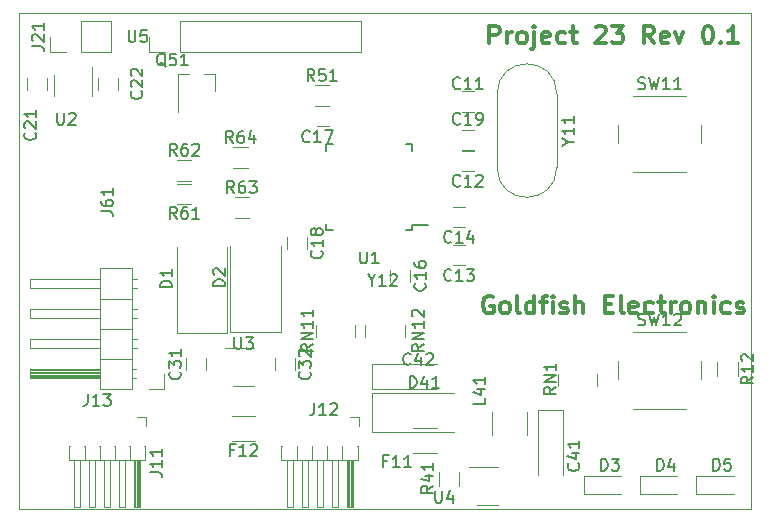
<source format=gbr>
G04 #@! TF.FileFunction,Legend,Top*
%FSLAX46Y46*%
G04 Gerber Fmt 4.6, Leading zero omitted, Abs format (unit mm)*
G04 Created by KiCad (PCBNEW 4.0.7) date 06/22/18 13:57:38*
%MOMM*%
%LPD*%
G01*
G04 APERTURE LIST*
%ADD10C,0.100000*%
%ADD11C,0.300000*%
%ADD12C,0.120000*%
%ADD13C,0.150000*%
G04 APERTURE END LIST*
D10*
D11*
X90115714Y-64020000D02*
X89972857Y-63948571D01*
X89758571Y-63948571D01*
X89544286Y-64020000D01*
X89401428Y-64162857D01*
X89330000Y-64305714D01*
X89258571Y-64591429D01*
X89258571Y-64805714D01*
X89330000Y-65091429D01*
X89401428Y-65234286D01*
X89544286Y-65377143D01*
X89758571Y-65448571D01*
X89901428Y-65448571D01*
X90115714Y-65377143D01*
X90187143Y-65305714D01*
X90187143Y-64805714D01*
X89901428Y-64805714D01*
X91044286Y-65448571D02*
X90901428Y-65377143D01*
X90830000Y-65305714D01*
X90758571Y-65162857D01*
X90758571Y-64734286D01*
X90830000Y-64591429D01*
X90901428Y-64520000D01*
X91044286Y-64448571D01*
X91258571Y-64448571D01*
X91401428Y-64520000D01*
X91472857Y-64591429D01*
X91544286Y-64734286D01*
X91544286Y-65162857D01*
X91472857Y-65305714D01*
X91401428Y-65377143D01*
X91258571Y-65448571D01*
X91044286Y-65448571D01*
X92401429Y-65448571D02*
X92258571Y-65377143D01*
X92187143Y-65234286D01*
X92187143Y-63948571D01*
X93615714Y-65448571D02*
X93615714Y-63948571D01*
X93615714Y-65377143D02*
X93472857Y-65448571D01*
X93187143Y-65448571D01*
X93044285Y-65377143D01*
X92972857Y-65305714D01*
X92901428Y-65162857D01*
X92901428Y-64734286D01*
X92972857Y-64591429D01*
X93044285Y-64520000D01*
X93187143Y-64448571D01*
X93472857Y-64448571D01*
X93615714Y-64520000D01*
X94115714Y-64448571D02*
X94687143Y-64448571D01*
X94330000Y-65448571D02*
X94330000Y-64162857D01*
X94401428Y-64020000D01*
X94544286Y-63948571D01*
X94687143Y-63948571D01*
X95187143Y-65448571D02*
X95187143Y-64448571D01*
X95187143Y-63948571D02*
X95115714Y-64020000D01*
X95187143Y-64091429D01*
X95258571Y-64020000D01*
X95187143Y-63948571D01*
X95187143Y-64091429D01*
X95830000Y-65377143D02*
X95972857Y-65448571D01*
X96258572Y-65448571D01*
X96401429Y-65377143D01*
X96472857Y-65234286D01*
X96472857Y-65162857D01*
X96401429Y-65020000D01*
X96258572Y-64948571D01*
X96044286Y-64948571D01*
X95901429Y-64877143D01*
X95830000Y-64734286D01*
X95830000Y-64662857D01*
X95901429Y-64520000D01*
X96044286Y-64448571D01*
X96258572Y-64448571D01*
X96401429Y-64520000D01*
X97115715Y-65448571D02*
X97115715Y-63948571D01*
X97758572Y-65448571D02*
X97758572Y-64662857D01*
X97687143Y-64520000D01*
X97544286Y-64448571D01*
X97330001Y-64448571D01*
X97187143Y-64520000D01*
X97115715Y-64591429D01*
X99615715Y-64662857D02*
X100115715Y-64662857D01*
X100330001Y-65448571D02*
X99615715Y-65448571D01*
X99615715Y-63948571D01*
X100330001Y-63948571D01*
X101187144Y-65448571D02*
X101044286Y-65377143D01*
X100972858Y-65234286D01*
X100972858Y-63948571D01*
X102330000Y-65377143D02*
X102187143Y-65448571D01*
X101901429Y-65448571D01*
X101758572Y-65377143D01*
X101687143Y-65234286D01*
X101687143Y-64662857D01*
X101758572Y-64520000D01*
X101901429Y-64448571D01*
X102187143Y-64448571D01*
X102330000Y-64520000D01*
X102401429Y-64662857D01*
X102401429Y-64805714D01*
X101687143Y-64948571D01*
X103687143Y-65377143D02*
X103544286Y-65448571D01*
X103258572Y-65448571D01*
X103115714Y-65377143D01*
X103044286Y-65305714D01*
X102972857Y-65162857D01*
X102972857Y-64734286D01*
X103044286Y-64591429D01*
X103115714Y-64520000D01*
X103258572Y-64448571D01*
X103544286Y-64448571D01*
X103687143Y-64520000D01*
X104115714Y-64448571D02*
X104687143Y-64448571D01*
X104330000Y-63948571D02*
X104330000Y-65234286D01*
X104401428Y-65377143D01*
X104544286Y-65448571D01*
X104687143Y-65448571D01*
X105187143Y-65448571D02*
X105187143Y-64448571D01*
X105187143Y-64734286D02*
X105258571Y-64591429D01*
X105330000Y-64520000D01*
X105472857Y-64448571D01*
X105615714Y-64448571D01*
X106330000Y-65448571D02*
X106187142Y-65377143D01*
X106115714Y-65305714D01*
X106044285Y-65162857D01*
X106044285Y-64734286D01*
X106115714Y-64591429D01*
X106187142Y-64520000D01*
X106330000Y-64448571D01*
X106544285Y-64448571D01*
X106687142Y-64520000D01*
X106758571Y-64591429D01*
X106830000Y-64734286D01*
X106830000Y-65162857D01*
X106758571Y-65305714D01*
X106687142Y-65377143D01*
X106544285Y-65448571D01*
X106330000Y-65448571D01*
X107472857Y-64448571D02*
X107472857Y-65448571D01*
X107472857Y-64591429D02*
X107544285Y-64520000D01*
X107687143Y-64448571D01*
X107901428Y-64448571D01*
X108044285Y-64520000D01*
X108115714Y-64662857D01*
X108115714Y-65448571D01*
X108830000Y-65448571D02*
X108830000Y-64448571D01*
X108830000Y-63948571D02*
X108758571Y-64020000D01*
X108830000Y-64091429D01*
X108901428Y-64020000D01*
X108830000Y-63948571D01*
X108830000Y-64091429D01*
X110187143Y-65377143D02*
X110044286Y-65448571D01*
X109758572Y-65448571D01*
X109615714Y-65377143D01*
X109544286Y-65305714D01*
X109472857Y-65162857D01*
X109472857Y-64734286D01*
X109544286Y-64591429D01*
X109615714Y-64520000D01*
X109758572Y-64448571D01*
X110044286Y-64448571D01*
X110187143Y-64520000D01*
X110758571Y-65377143D02*
X110901428Y-65448571D01*
X111187143Y-65448571D01*
X111330000Y-65377143D01*
X111401428Y-65234286D01*
X111401428Y-65162857D01*
X111330000Y-65020000D01*
X111187143Y-64948571D01*
X110972857Y-64948571D01*
X110830000Y-64877143D01*
X110758571Y-64734286D01*
X110758571Y-64662857D01*
X110830000Y-64520000D01*
X110972857Y-64448571D01*
X111187143Y-64448571D01*
X111330000Y-64520000D01*
X89830002Y-42588571D02*
X89830002Y-41088571D01*
X90401430Y-41088571D01*
X90544288Y-41160000D01*
X90615716Y-41231429D01*
X90687145Y-41374286D01*
X90687145Y-41588571D01*
X90615716Y-41731429D01*
X90544288Y-41802857D01*
X90401430Y-41874286D01*
X89830002Y-41874286D01*
X91330002Y-42588571D02*
X91330002Y-41588571D01*
X91330002Y-41874286D02*
X91401430Y-41731429D01*
X91472859Y-41660000D01*
X91615716Y-41588571D01*
X91758573Y-41588571D01*
X92472859Y-42588571D02*
X92330001Y-42517143D01*
X92258573Y-42445714D01*
X92187144Y-42302857D01*
X92187144Y-41874286D01*
X92258573Y-41731429D01*
X92330001Y-41660000D01*
X92472859Y-41588571D01*
X92687144Y-41588571D01*
X92830001Y-41660000D01*
X92901430Y-41731429D01*
X92972859Y-41874286D01*
X92972859Y-42302857D01*
X92901430Y-42445714D01*
X92830001Y-42517143D01*
X92687144Y-42588571D01*
X92472859Y-42588571D01*
X93615716Y-41588571D02*
X93615716Y-42874286D01*
X93544287Y-43017143D01*
X93401430Y-43088571D01*
X93330002Y-43088571D01*
X93615716Y-41088571D02*
X93544287Y-41160000D01*
X93615716Y-41231429D01*
X93687144Y-41160000D01*
X93615716Y-41088571D01*
X93615716Y-41231429D01*
X94901430Y-42517143D02*
X94758573Y-42588571D01*
X94472859Y-42588571D01*
X94330002Y-42517143D01*
X94258573Y-42374286D01*
X94258573Y-41802857D01*
X94330002Y-41660000D01*
X94472859Y-41588571D01*
X94758573Y-41588571D01*
X94901430Y-41660000D01*
X94972859Y-41802857D01*
X94972859Y-41945714D01*
X94258573Y-42088571D01*
X96258573Y-42517143D02*
X96115716Y-42588571D01*
X95830002Y-42588571D01*
X95687144Y-42517143D01*
X95615716Y-42445714D01*
X95544287Y-42302857D01*
X95544287Y-41874286D01*
X95615716Y-41731429D01*
X95687144Y-41660000D01*
X95830002Y-41588571D01*
X96115716Y-41588571D01*
X96258573Y-41660000D01*
X96687144Y-41588571D02*
X97258573Y-41588571D01*
X96901430Y-41088571D02*
X96901430Y-42374286D01*
X96972858Y-42517143D01*
X97115716Y-42588571D01*
X97258573Y-42588571D01*
X98830001Y-41231429D02*
X98901430Y-41160000D01*
X99044287Y-41088571D01*
X99401430Y-41088571D01*
X99544287Y-41160000D01*
X99615716Y-41231429D01*
X99687144Y-41374286D01*
X99687144Y-41517143D01*
X99615716Y-41731429D01*
X98758573Y-42588571D01*
X99687144Y-42588571D01*
X100187144Y-41088571D02*
X101115715Y-41088571D01*
X100615715Y-41660000D01*
X100830001Y-41660000D01*
X100972858Y-41731429D01*
X101044287Y-41802857D01*
X101115715Y-41945714D01*
X101115715Y-42302857D01*
X101044287Y-42445714D01*
X100972858Y-42517143D01*
X100830001Y-42588571D01*
X100401429Y-42588571D01*
X100258572Y-42517143D01*
X100187144Y-42445714D01*
X103758572Y-42588571D02*
X103258572Y-41874286D01*
X102901429Y-42588571D02*
X102901429Y-41088571D01*
X103472857Y-41088571D01*
X103615715Y-41160000D01*
X103687143Y-41231429D01*
X103758572Y-41374286D01*
X103758572Y-41588571D01*
X103687143Y-41731429D01*
X103615715Y-41802857D01*
X103472857Y-41874286D01*
X102901429Y-41874286D01*
X104972857Y-42517143D02*
X104830000Y-42588571D01*
X104544286Y-42588571D01*
X104401429Y-42517143D01*
X104330000Y-42374286D01*
X104330000Y-41802857D01*
X104401429Y-41660000D01*
X104544286Y-41588571D01*
X104830000Y-41588571D01*
X104972857Y-41660000D01*
X105044286Y-41802857D01*
X105044286Y-41945714D01*
X104330000Y-42088571D01*
X105544286Y-41588571D02*
X105901429Y-42588571D01*
X106258571Y-41588571D01*
X108258571Y-41088571D02*
X108401428Y-41088571D01*
X108544285Y-41160000D01*
X108615714Y-41231429D01*
X108687143Y-41374286D01*
X108758571Y-41660000D01*
X108758571Y-42017143D01*
X108687143Y-42302857D01*
X108615714Y-42445714D01*
X108544285Y-42517143D01*
X108401428Y-42588571D01*
X108258571Y-42588571D01*
X108115714Y-42517143D01*
X108044285Y-42445714D01*
X107972857Y-42302857D01*
X107901428Y-42017143D01*
X107901428Y-41660000D01*
X107972857Y-41374286D01*
X108044285Y-41231429D01*
X108115714Y-41160000D01*
X108258571Y-41088571D01*
X109401428Y-42445714D02*
X109472856Y-42517143D01*
X109401428Y-42588571D01*
X109329999Y-42517143D01*
X109401428Y-42445714D01*
X109401428Y-42588571D01*
X110901428Y-42588571D02*
X110044285Y-42588571D01*
X110472857Y-42588571D02*
X110472857Y-41088571D01*
X110330000Y-41302857D01*
X110187142Y-41445714D01*
X110044285Y-41517143D01*
D10*
X112000000Y-40000000D02*
X50000000Y-40000000D01*
X112000000Y-82000000D02*
X112000000Y-40000000D01*
X50000000Y-82000000D02*
X112000000Y-82000000D01*
X50000000Y-40000000D02*
X50000000Y-82000000D01*
D12*
X79900000Y-69750000D02*
X85400000Y-69750000D01*
X79900000Y-71850000D02*
X85400000Y-71850000D01*
X79900000Y-69750000D02*
X79900000Y-71850000D01*
X60619677Y-76710000D02*
X60695000Y-76710000D01*
X60695000Y-76710000D02*
X60695000Y-77830000D01*
X60695000Y-77830000D02*
X54225000Y-77830000D01*
X54225000Y-77830000D02*
X54225000Y-76710000D01*
X54225000Y-76710000D02*
X54300323Y-76710000D01*
X60260000Y-77830000D02*
X60260000Y-81830000D01*
X60260000Y-81830000D02*
X59740000Y-81830000D01*
X59740000Y-81830000D02*
X59740000Y-77830000D01*
X60200000Y-77830000D02*
X60200000Y-81830000D01*
X60080000Y-77830000D02*
X60080000Y-81830000D01*
X59960000Y-77830000D02*
X59960000Y-81830000D01*
X59840000Y-77830000D02*
X59840000Y-81830000D01*
X59365000Y-76710000D02*
X59365000Y-77830000D01*
X59380323Y-76710000D02*
X59349677Y-76710000D01*
X58990000Y-77830000D02*
X58990000Y-81830000D01*
X58990000Y-81830000D02*
X58470000Y-81830000D01*
X58470000Y-81830000D02*
X58470000Y-77830000D01*
X58095000Y-76710000D02*
X58095000Y-77830000D01*
X58110323Y-76710000D02*
X58079677Y-76710000D01*
X57720000Y-77830000D02*
X57720000Y-81830000D01*
X57720000Y-81830000D02*
X57200000Y-81830000D01*
X57200000Y-81830000D02*
X57200000Y-77830000D01*
X56825000Y-76710000D02*
X56825000Y-77830000D01*
X56840323Y-76710000D02*
X56809677Y-76710000D01*
X56450000Y-77830000D02*
X56450000Y-81830000D01*
X56450000Y-81830000D02*
X55930000Y-81830000D01*
X55930000Y-81830000D02*
X55930000Y-77830000D01*
X55555000Y-76710000D02*
X55555000Y-77830000D01*
X55570323Y-76710000D02*
X55539677Y-76710000D01*
X55180000Y-77830000D02*
X55180000Y-81830000D01*
X55180000Y-81830000D02*
X54660000Y-81830000D01*
X54660000Y-81830000D02*
X54660000Y-77830000D01*
X60000000Y-74240000D02*
X60760000Y-74240000D01*
X60760000Y-74240000D02*
X60760000Y-75000000D01*
X74350000Y-60000000D02*
X74350000Y-59000000D01*
X72650000Y-59000000D02*
X72650000Y-60000000D01*
X59560000Y-71870000D02*
X59560000Y-61590000D01*
X59560000Y-61590000D02*
X56900000Y-61590000D01*
X56900000Y-61590000D02*
X56900000Y-71870000D01*
X56900000Y-71870000D02*
X59560000Y-71870000D01*
X56900000Y-70920000D02*
X50900000Y-70920000D01*
X50900000Y-70920000D02*
X50900000Y-70160000D01*
X50900000Y-70160000D02*
X56900000Y-70160000D01*
X56900000Y-70860000D02*
X50900000Y-70860000D01*
X56900000Y-70740000D02*
X50900000Y-70740000D01*
X56900000Y-70620000D02*
X50900000Y-70620000D01*
X56900000Y-70500000D02*
X50900000Y-70500000D01*
X56900000Y-70380000D02*
X50900000Y-70380000D01*
X56900000Y-70260000D02*
X50900000Y-70260000D01*
X59890000Y-70920000D02*
X59560000Y-70920000D01*
X59890000Y-70160000D02*
X59560000Y-70160000D01*
X59560000Y-69270000D02*
X56900000Y-69270000D01*
X56900000Y-68380000D02*
X50900000Y-68380000D01*
X50900000Y-68380000D02*
X50900000Y-67620000D01*
X50900000Y-67620000D02*
X56900000Y-67620000D01*
X59957071Y-68380000D02*
X59560000Y-68380000D01*
X59957071Y-67620000D02*
X59560000Y-67620000D01*
X59560000Y-66730000D02*
X56900000Y-66730000D01*
X56900000Y-65840000D02*
X50900000Y-65840000D01*
X50900000Y-65840000D02*
X50900000Y-65080000D01*
X50900000Y-65080000D02*
X56900000Y-65080000D01*
X59957071Y-65840000D02*
X59560000Y-65840000D01*
X59957071Y-65080000D02*
X59560000Y-65080000D01*
X59560000Y-64190000D02*
X56900000Y-64190000D01*
X56900000Y-63300000D02*
X50900000Y-63300000D01*
X50900000Y-63300000D02*
X50900000Y-62540000D01*
X50900000Y-62540000D02*
X56900000Y-62540000D01*
X59957071Y-63300000D02*
X59560000Y-63300000D01*
X59957071Y-62540000D02*
X59560000Y-62540000D01*
X62270000Y-70540000D02*
X62270000Y-71810000D01*
X62270000Y-71810000D02*
X61000000Y-71810000D01*
X87500000Y-48350000D02*
X88500000Y-48350000D01*
X88500000Y-46650000D02*
X87500000Y-46650000D01*
X87500000Y-53350000D02*
X88500000Y-53350000D01*
X88500000Y-51650000D02*
X87500000Y-51650000D01*
X86750000Y-61350000D02*
X87750000Y-61350000D01*
X87750000Y-59650000D02*
X86750000Y-59650000D01*
X86750000Y-58100000D02*
X87750000Y-58100000D01*
X87750000Y-56400000D02*
X86750000Y-56400000D01*
X83100000Y-62750000D02*
X83100000Y-61750000D01*
X81400000Y-61750000D02*
X81400000Y-62750000D01*
X52350000Y-46500000D02*
X52350000Y-45500000D01*
X50650000Y-45500000D02*
X50650000Y-46500000D01*
X56650000Y-45500000D02*
X56650000Y-46500000D01*
X58350000Y-46500000D02*
X58350000Y-45500000D01*
X64150000Y-69250000D02*
X64150000Y-70250000D01*
X65850000Y-70250000D02*
X65850000Y-69250000D01*
X73350000Y-70250000D02*
X73350000Y-69250000D01*
X71650000Y-69250000D02*
X71650000Y-70250000D01*
X96050000Y-73600000D02*
X96050000Y-79100000D01*
X93950000Y-73600000D02*
X93950000Y-79100000D01*
X96050000Y-73600000D02*
X93950000Y-73600000D01*
X101000000Y-80750000D02*
X97800000Y-80750000D01*
X97800000Y-79250000D02*
X101000000Y-79250000D01*
X97800000Y-79250000D02*
X97800000Y-80750000D01*
X105750000Y-80750000D02*
X102550000Y-80750000D01*
X102550000Y-79250000D02*
X105750000Y-79250000D01*
X102550000Y-79250000D02*
X102550000Y-80750000D01*
X110500000Y-80750000D02*
X107300000Y-80750000D01*
X107300000Y-79250000D02*
X110500000Y-79250000D01*
X107300000Y-79250000D02*
X107300000Y-80750000D01*
X78619677Y-76710000D02*
X78695000Y-76710000D01*
X78695000Y-76710000D02*
X78695000Y-77830000D01*
X78695000Y-77830000D02*
X72225000Y-77830000D01*
X72225000Y-77830000D02*
X72225000Y-76710000D01*
X72225000Y-76710000D02*
X72300323Y-76710000D01*
X78260000Y-77830000D02*
X78260000Y-81830000D01*
X78260000Y-81830000D02*
X77740000Y-81830000D01*
X77740000Y-81830000D02*
X77740000Y-77830000D01*
X78200000Y-77830000D02*
X78200000Y-81830000D01*
X78080000Y-77830000D02*
X78080000Y-81830000D01*
X77960000Y-77830000D02*
X77960000Y-81830000D01*
X77840000Y-77830000D02*
X77840000Y-81830000D01*
X77365000Y-76710000D02*
X77365000Y-77830000D01*
X77380323Y-76710000D02*
X77349677Y-76710000D01*
X76990000Y-77830000D02*
X76990000Y-81830000D01*
X76990000Y-81830000D02*
X76470000Y-81830000D01*
X76470000Y-81830000D02*
X76470000Y-77830000D01*
X76095000Y-76710000D02*
X76095000Y-77830000D01*
X76110323Y-76710000D02*
X76079677Y-76710000D01*
X75720000Y-77830000D02*
X75720000Y-81830000D01*
X75720000Y-81830000D02*
X75200000Y-81830000D01*
X75200000Y-81830000D02*
X75200000Y-77830000D01*
X74825000Y-76710000D02*
X74825000Y-77830000D01*
X74840323Y-76710000D02*
X74809677Y-76710000D01*
X74450000Y-77830000D02*
X74450000Y-81830000D01*
X74450000Y-81830000D02*
X73930000Y-81830000D01*
X73930000Y-81830000D02*
X73930000Y-77830000D01*
X73555000Y-76710000D02*
X73555000Y-77830000D01*
X73570323Y-76710000D02*
X73539677Y-76710000D01*
X73180000Y-77830000D02*
X73180000Y-81830000D01*
X73180000Y-81830000D02*
X72660000Y-81830000D01*
X72660000Y-81830000D02*
X72660000Y-77830000D01*
X78000000Y-74240000D02*
X78760000Y-74240000D01*
X78760000Y-74240000D02*
X78760000Y-75000000D01*
X57830000Y-43330000D02*
X57830000Y-40670000D01*
X55230000Y-43330000D02*
X57830000Y-43330000D01*
X55230000Y-40670000D02*
X57830000Y-40670000D01*
X55230000Y-43330000D02*
X55230000Y-40670000D01*
X53960000Y-43330000D02*
X52630000Y-43330000D01*
X52630000Y-43330000D02*
X52630000Y-42000000D01*
X92980000Y-73750000D02*
X92980000Y-75750000D01*
X90020000Y-75750000D02*
X90020000Y-73750000D01*
X66605000Y-45190000D02*
X65675000Y-45190000D01*
X63445000Y-45190000D02*
X64375000Y-45190000D01*
X63445000Y-45190000D02*
X63445000Y-48350000D01*
X66605000Y-45190000D02*
X66605000Y-46650000D01*
X109120000Y-70750000D02*
X109120000Y-69550000D01*
X110880000Y-69550000D02*
X110880000Y-70750000D01*
X85520000Y-80050000D02*
X85520000Y-78850000D01*
X87280000Y-78850000D02*
X87280000Y-80050000D01*
X76250000Y-47880000D02*
X75050000Y-47880000D01*
X75050000Y-46120000D02*
X76250000Y-46120000D01*
X64600000Y-56205000D02*
X63400000Y-56205000D01*
X63400000Y-54445000D02*
X64600000Y-54445000D01*
X64600000Y-54205000D02*
X63400000Y-54205000D01*
X63400000Y-52445000D02*
X64600000Y-52445000D01*
X69450000Y-57380000D02*
X68250000Y-57380000D01*
X68250000Y-55620000D02*
X69450000Y-55620000D01*
X69350000Y-53130000D02*
X68150000Y-53130000D01*
X68150000Y-51370000D02*
X69350000Y-51370000D01*
X95620000Y-71600000D02*
X95620000Y-70600000D01*
X98980000Y-71600000D02*
X98980000Y-70600000D01*
X102000000Y-53500000D02*
X106500000Y-53500000D01*
X100750000Y-49500000D02*
X100750000Y-51000000D01*
X106500000Y-47000000D02*
X102000000Y-47000000D01*
X107750000Y-51000000D02*
X107750000Y-49500000D01*
X102000000Y-73500000D02*
X106500000Y-73500000D01*
X100750000Y-69500000D02*
X100750000Y-71000000D01*
X106500000Y-67000000D02*
X102000000Y-67000000D01*
X107750000Y-71000000D02*
X107750000Y-69500000D01*
D13*
X83275000Y-58375000D02*
X83275000Y-57925000D01*
X76025000Y-58375000D02*
X76025000Y-57850000D01*
X76025000Y-51125000D02*
X76025000Y-51650000D01*
X83275000Y-51125000D02*
X83275000Y-51650000D01*
X83275000Y-58375000D02*
X82750000Y-58375000D01*
X83275000Y-51125000D02*
X82750000Y-51125000D01*
X76025000Y-51125000D02*
X76550000Y-51125000D01*
X76025000Y-58375000D02*
X76550000Y-58375000D01*
X83275000Y-57925000D02*
X84650000Y-57925000D01*
D12*
X52940000Y-45250000D02*
X52940000Y-47050000D01*
X56160000Y-47050000D02*
X56160000Y-44600000D01*
X68100000Y-71610000D02*
X69900000Y-71610000D01*
X69900000Y-68390000D02*
X67450000Y-68390000D01*
X88750000Y-81660000D02*
X90550000Y-81660000D01*
X90550000Y-78440000D02*
X88100000Y-78440000D01*
X78950000Y-43330000D02*
X78950000Y-40670000D01*
X63650000Y-43330000D02*
X78950000Y-43330000D01*
X63650000Y-40670000D02*
X78950000Y-40670000D01*
X63650000Y-43330000D02*
X63650000Y-40670000D01*
X62380000Y-43330000D02*
X61050000Y-43330000D01*
X61050000Y-43330000D02*
X61050000Y-42000000D01*
X95525000Y-46835000D02*
X95525000Y-53085000D01*
X90475000Y-46835000D02*
X90475000Y-53085000D01*
X90475000Y-46835000D02*
G75*
G02X95525000Y-46835000I2525000J0D01*
G01*
X90475000Y-53085000D02*
G75*
G03X95525000Y-53085000I2525000J0D01*
G01*
X75250000Y-49600000D02*
X76250000Y-49600000D01*
X76250000Y-47900000D02*
X75250000Y-47900000D01*
X88500000Y-49900000D02*
X87500000Y-49900000D01*
X87500000Y-51600000D02*
X88500000Y-51600000D01*
X75120000Y-67400000D02*
X75120000Y-66400000D01*
X78480000Y-67400000D02*
X78480000Y-66400000D01*
X82680000Y-66400000D02*
X82680000Y-67400000D01*
X79320000Y-66400000D02*
X79320000Y-67400000D01*
X83400000Y-75130000D02*
X85400000Y-75130000D01*
X85400000Y-77270000D02*
X83400000Y-77270000D01*
X68000000Y-74130000D02*
X70000000Y-74130000D01*
X70000000Y-76270000D02*
X68000000Y-76270000D01*
X79900000Y-72150000D02*
X79900000Y-75450000D01*
X79900000Y-75450000D02*
X86800000Y-75450000D01*
X79900000Y-72150000D02*
X86800000Y-72150000D01*
X63350000Y-67100000D02*
X67650000Y-67100000D01*
X67650000Y-67100000D02*
X67650000Y-59800000D01*
X63350000Y-67100000D02*
X63350000Y-59800000D01*
X67850000Y-67000000D02*
X72150000Y-67000000D01*
X72150000Y-67000000D02*
X72150000Y-59700000D01*
X67850000Y-67000000D02*
X67850000Y-59700000D01*
D13*
X83157143Y-69707143D02*
X83109524Y-69754762D01*
X82966667Y-69802381D01*
X82871429Y-69802381D01*
X82728571Y-69754762D01*
X82633333Y-69659524D01*
X82585714Y-69564286D01*
X82538095Y-69373810D01*
X82538095Y-69230952D01*
X82585714Y-69040476D01*
X82633333Y-68945238D01*
X82728571Y-68850000D01*
X82871429Y-68802381D01*
X82966667Y-68802381D01*
X83109524Y-68850000D01*
X83157143Y-68897619D01*
X84014286Y-69135714D02*
X84014286Y-69802381D01*
X83776190Y-68754762D02*
X83538095Y-69469048D01*
X84157143Y-69469048D01*
X84490476Y-68897619D02*
X84538095Y-68850000D01*
X84633333Y-68802381D01*
X84871429Y-68802381D01*
X84966667Y-68850000D01*
X85014286Y-68897619D01*
X85061905Y-68992857D01*
X85061905Y-69088095D01*
X85014286Y-69230952D01*
X84442857Y-69802381D01*
X85061905Y-69802381D01*
X61087381Y-78877023D02*
X61801667Y-78877023D01*
X61944524Y-78924643D01*
X62039762Y-79019881D01*
X62087381Y-79162738D01*
X62087381Y-79257976D01*
X62087381Y-77877023D02*
X62087381Y-78448452D01*
X62087381Y-78162738D02*
X61087381Y-78162738D01*
X61230238Y-78257976D01*
X61325476Y-78353214D01*
X61373095Y-78448452D01*
X62087381Y-76924642D02*
X62087381Y-77496071D01*
X62087381Y-77210357D02*
X61087381Y-77210357D01*
X61230238Y-77305595D01*
X61325476Y-77400833D01*
X61373095Y-77496071D01*
X75607143Y-60142857D02*
X75654762Y-60190476D01*
X75702381Y-60333333D01*
X75702381Y-60428571D01*
X75654762Y-60571429D01*
X75559524Y-60666667D01*
X75464286Y-60714286D01*
X75273810Y-60761905D01*
X75130952Y-60761905D01*
X74940476Y-60714286D01*
X74845238Y-60666667D01*
X74750000Y-60571429D01*
X74702381Y-60428571D01*
X74702381Y-60333333D01*
X74750000Y-60190476D01*
X74797619Y-60142857D01*
X75702381Y-59190476D02*
X75702381Y-59761905D01*
X75702381Y-59476191D02*
X74702381Y-59476191D01*
X74845238Y-59571429D01*
X74940476Y-59666667D01*
X74988095Y-59761905D01*
X75130952Y-58619048D02*
X75083333Y-58714286D01*
X75035714Y-58761905D01*
X74940476Y-58809524D01*
X74892857Y-58809524D01*
X74797619Y-58761905D01*
X74750000Y-58714286D01*
X74702381Y-58619048D01*
X74702381Y-58428571D01*
X74750000Y-58333333D01*
X74797619Y-58285714D01*
X74892857Y-58238095D01*
X74940476Y-58238095D01*
X75035714Y-58285714D01*
X75083333Y-58333333D01*
X75130952Y-58428571D01*
X75130952Y-58619048D01*
X75178571Y-58714286D01*
X75226190Y-58761905D01*
X75321429Y-58809524D01*
X75511905Y-58809524D01*
X75607143Y-58761905D01*
X75654762Y-58714286D01*
X75702381Y-58619048D01*
X75702381Y-58428571D01*
X75654762Y-58333333D01*
X75607143Y-58285714D01*
X75511905Y-58238095D01*
X75321429Y-58238095D01*
X75226190Y-58285714D01*
X75178571Y-58333333D01*
X75130952Y-58428571D01*
X55805477Y-72262381D02*
X55805477Y-72976667D01*
X55757857Y-73119524D01*
X55662619Y-73214762D01*
X55519762Y-73262381D01*
X55424524Y-73262381D01*
X56805477Y-73262381D02*
X56234048Y-73262381D01*
X56519762Y-73262381D02*
X56519762Y-72262381D01*
X56424524Y-72405238D01*
X56329286Y-72500476D01*
X56234048Y-72548095D01*
X57138810Y-72262381D02*
X57757858Y-72262381D01*
X57424524Y-72643333D01*
X57567382Y-72643333D01*
X57662620Y-72690952D01*
X57710239Y-72738571D01*
X57757858Y-72833810D01*
X57757858Y-73071905D01*
X57710239Y-73167143D01*
X57662620Y-73214762D01*
X57567382Y-73262381D01*
X57281667Y-73262381D01*
X57186429Y-73214762D01*
X57138810Y-73167143D01*
X87357143Y-46357143D02*
X87309524Y-46404762D01*
X87166667Y-46452381D01*
X87071429Y-46452381D01*
X86928571Y-46404762D01*
X86833333Y-46309524D01*
X86785714Y-46214286D01*
X86738095Y-46023810D01*
X86738095Y-45880952D01*
X86785714Y-45690476D01*
X86833333Y-45595238D01*
X86928571Y-45500000D01*
X87071429Y-45452381D01*
X87166667Y-45452381D01*
X87309524Y-45500000D01*
X87357143Y-45547619D01*
X88309524Y-46452381D02*
X87738095Y-46452381D01*
X88023809Y-46452381D02*
X88023809Y-45452381D01*
X87928571Y-45595238D01*
X87833333Y-45690476D01*
X87738095Y-45738095D01*
X89261905Y-46452381D02*
X88690476Y-46452381D01*
X88976190Y-46452381D02*
X88976190Y-45452381D01*
X88880952Y-45595238D01*
X88785714Y-45690476D01*
X88690476Y-45738095D01*
X87357143Y-54607143D02*
X87309524Y-54654762D01*
X87166667Y-54702381D01*
X87071429Y-54702381D01*
X86928571Y-54654762D01*
X86833333Y-54559524D01*
X86785714Y-54464286D01*
X86738095Y-54273810D01*
X86738095Y-54130952D01*
X86785714Y-53940476D01*
X86833333Y-53845238D01*
X86928571Y-53750000D01*
X87071429Y-53702381D01*
X87166667Y-53702381D01*
X87309524Y-53750000D01*
X87357143Y-53797619D01*
X88309524Y-54702381D02*
X87738095Y-54702381D01*
X88023809Y-54702381D02*
X88023809Y-53702381D01*
X87928571Y-53845238D01*
X87833333Y-53940476D01*
X87738095Y-53988095D01*
X88690476Y-53797619D02*
X88738095Y-53750000D01*
X88833333Y-53702381D01*
X89071429Y-53702381D01*
X89166667Y-53750000D01*
X89214286Y-53797619D01*
X89261905Y-53892857D01*
X89261905Y-53988095D01*
X89214286Y-54130952D01*
X88642857Y-54702381D01*
X89261905Y-54702381D01*
X86607143Y-62607143D02*
X86559524Y-62654762D01*
X86416667Y-62702381D01*
X86321429Y-62702381D01*
X86178571Y-62654762D01*
X86083333Y-62559524D01*
X86035714Y-62464286D01*
X85988095Y-62273810D01*
X85988095Y-62130952D01*
X86035714Y-61940476D01*
X86083333Y-61845238D01*
X86178571Y-61750000D01*
X86321429Y-61702381D01*
X86416667Y-61702381D01*
X86559524Y-61750000D01*
X86607143Y-61797619D01*
X87559524Y-62702381D02*
X86988095Y-62702381D01*
X87273809Y-62702381D02*
X87273809Y-61702381D01*
X87178571Y-61845238D01*
X87083333Y-61940476D01*
X86988095Y-61988095D01*
X87892857Y-61702381D02*
X88511905Y-61702381D01*
X88178571Y-62083333D01*
X88321429Y-62083333D01*
X88416667Y-62130952D01*
X88464286Y-62178571D01*
X88511905Y-62273810D01*
X88511905Y-62511905D01*
X88464286Y-62607143D01*
X88416667Y-62654762D01*
X88321429Y-62702381D01*
X88035714Y-62702381D01*
X87940476Y-62654762D01*
X87892857Y-62607143D01*
X86607143Y-59357143D02*
X86559524Y-59404762D01*
X86416667Y-59452381D01*
X86321429Y-59452381D01*
X86178571Y-59404762D01*
X86083333Y-59309524D01*
X86035714Y-59214286D01*
X85988095Y-59023810D01*
X85988095Y-58880952D01*
X86035714Y-58690476D01*
X86083333Y-58595238D01*
X86178571Y-58500000D01*
X86321429Y-58452381D01*
X86416667Y-58452381D01*
X86559524Y-58500000D01*
X86607143Y-58547619D01*
X87559524Y-59452381D02*
X86988095Y-59452381D01*
X87273809Y-59452381D02*
X87273809Y-58452381D01*
X87178571Y-58595238D01*
X87083333Y-58690476D01*
X86988095Y-58738095D01*
X88416667Y-58785714D02*
X88416667Y-59452381D01*
X88178571Y-58404762D02*
X87940476Y-59119048D01*
X88559524Y-59119048D01*
X84357143Y-62892857D02*
X84404762Y-62940476D01*
X84452381Y-63083333D01*
X84452381Y-63178571D01*
X84404762Y-63321429D01*
X84309524Y-63416667D01*
X84214286Y-63464286D01*
X84023810Y-63511905D01*
X83880952Y-63511905D01*
X83690476Y-63464286D01*
X83595238Y-63416667D01*
X83500000Y-63321429D01*
X83452381Y-63178571D01*
X83452381Y-63083333D01*
X83500000Y-62940476D01*
X83547619Y-62892857D01*
X84452381Y-61940476D02*
X84452381Y-62511905D01*
X84452381Y-62226191D02*
X83452381Y-62226191D01*
X83595238Y-62321429D01*
X83690476Y-62416667D01*
X83738095Y-62511905D01*
X83452381Y-61083333D02*
X83452381Y-61273810D01*
X83500000Y-61369048D01*
X83547619Y-61416667D01*
X83690476Y-61511905D01*
X83880952Y-61559524D01*
X84261905Y-61559524D01*
X84357143Y-61511905D01*
X84404762Y-61464286D01*
X84452381Y-61369048D01*
X84452381Y-61178571D01*
X84404762Y-61083333D01*
X84357143Y-61035714D01*
X84261905Y-60988095D01*
X84023810Y-60988095D01*
X83928571Y-61035714D01*
X83880952Y-61083333D01*
X83833333Y-61178571D01*
X83833333Y-61369048D01*
X83880952Y-61464286D01*
X83928571Y-61511905D01*
X84023810Y-61559524D01*
X51357143Y-50142857D02*
X51404762Y-50190476D01*
X51452381Y-50333333D01*
X51452381Y-50428571D01*
X51404762Y-50571429D01*
X51309524Y-50666667D01*
X51214286Y-50714286D01*
X51023810Y-50761905D01*
X50880952Y-50761905D01*
X50690476Y-50714286D01*
X50595238Y-50666667D01*
X50500000Y-50571429D01*
X50452381Y-50428571D01*
X50452381Y-50333333D01*
X50500000Y-50190476D01*
X50547619Y-50142857D01*
X50547619Y-49761905D02*
X50500000Y-49714286D01*
X50452381Y-49619048D01*
X50452381Y-49380952D01*
X50500000Y-49285714D01*
X50547619Y-49238095D01*
X50642857Y-49190476D01*
X50738095Y-49190476D01*
X50880952Y-49238095D01*
X51452381Y-49809524D01*
X51452381Y-49190476D01*
X51452381Y-48238095D02*
X51452381Y-48809524D01*
X51452381Y-48523810D02*
X50452381Y-48523810D01*
X50595238Y-48619048D01*
X50690476Y-48714286D01*
X50738095Y-48809524D01*
X60357143Y-46642857D02*
X60404762Y-46690476D01*
X60452381Y-46833333D01*
X60452381Y-46928571D01*
X60404762Y-47071429D01*
X60309524Y-47166667D01*
X60214286Y-47214286D01*
X60023810Y-47261905D01*
X59880952Y-47261905D01*
X59690476Y-47214286D01*
X59595238Y-47166667D01*
X59500000Y-47071429D01*
X59452381Y-46928571D01*
X59452381Y-46833333D01*
X59500000Y-46690476D01*
X59547619Y-46642857D01*
X59547619Y-46261905D02*
X59500000Y-46214286D01*
X59452381Y-46119048D01*
X59452381Y-45880952D01*
X59500000Y-45785714D01*
X59547619Y-45738095D01*
X59642857Y-45690476D01*
X59738095Y-45690476D01*
X59880952Y-45738095D01*
X60452381Y-46309524D01*
X60452381Y-45690476D01*
X59547619Y-45309524D02*
X59500000Y-45261905D01*
X59452381Y-45166667D01*
X59452381Y-44928571D01*
X59500000Y-44833333D01*
X59547619Y-44785714D01*
X59642857Y-44738095D01*
X59738095Y-44738095D01*
X59880952Y-44785714D01*
X60452381Y-45357143D01*
X60452381Y-44738095D01*
X63607143Y-70392857D02*
X63654762Y-70440476D01*
X63702381Y-70583333D01*
X63702381Y-70678571D01*
X63654762Y-70821429D01*
X63559524Y-70916667D01*
X63464286Y-70964286D01*
X63273810Y-71011905D01*
X63130952Y-71011905D01*
X62940476Y-70964286D01*
X62845238Y-70916667D01*
X62750000Y-70821429D01*
X62702381Y-70678571D01*
X62702381Y-70583333D01*
X62750000Y-70440476D01*
X62797619Y-70392857D01*
X62702381Y-70059524D02*
X62702381Y-69440476D01*
X63083333Y-69773810D01*
X63083333Y-69630952D01*
X63130952Y-69535714D01*
X63178571Y-69488095D01*
X63273810Y-69440476D01*
X63511905Y-69440476D01*
X63607143Y-69488095D01*
X63654762Y-69535714D01*
X63702381Y-69630952D01*
X63702381Y-69916667D01*
X63654762Y-70011905D01*
X63607143Y-70059524D01*
X63702381Y-68488095D02*
X63702381Y-69059524D01*
X63702381Y-68773810D02*
X62702381Y-68773810D01*
X62845238Y-68869048D01*
X62940476Y-68964286D01*
X62988095Y-69059524D01*
X74607143Y-70392857D02*
X74654762Y-70440476D01*
X74702381Y-70583333D01*
X74702381Y-70678571D01*
X74654762Y-70821429D01*
X74559524Y-70916667D01*
X74464286Y-70964286D01*
X74273810Y-71011905D01*
X74130952Y-71011905D01*
X73940476Y-70964286D01*
X73845238Y-70916667D01*
X73750000Y-70821429D01*
X73702381Y-70678571D01*
X73702381Y-70583333D01*
X73750000Y-70440476D01*
X73797619Y-70392857D01*
X73702381Y-70059524D02*
X73702381Y-69440476D01*
X74083333Y-69773810D01*
X74083333Y-69630952D01*
X74130952Y-69535714D01*
X74178571Y-69488095D01*
X74273810Y-69440476D01*
X74511905Y-69440476D01*
X74607143Y-69488095D01*
X74654762Y-69535714D01*
X74702381Y-69630952D01*
X74702381Y-69916667D01*
X74654762Y-70011905D01*
X74607143Y-70059524D01*
X73797619Y-69059524D02*
X73750000Y-69011905D01*
X73702381Y-68916667D01*
X73702381Y-68678571D01*
X73750000Y-68583333D01*
X73797619Y-68535714D01*
X73892857Y-68488095D01*
X73988095Y-68488095D01*
X74130952Y-68535714D01*
X74702381Y-69107143D01*
X74702381Y-68488095D01*
X97357143Y-78142857D02*
X97404762Y-78190476D01*
X97452381Y-78333333D01*
X97452381Y-78428571D01*
X97404762Y-78571429D01*
X97309524Y-78666667D01*
X97214286Y-78714286D01*
X97023810Y-78761905D01*
X96880952Y-78761905D01*
X96690476Y-78714286D01*
X96595238Y-78666667D01*
X96500000Y-78571429D01*
X96452381Y-78428571D01*
X96452381Y-78333333D01*
X96500000Y-78190476D01*
X96547619Y-78142857D01*
X96785714Y-77285714D02*
X97452381Y-77285714D01*
X96404762Y-77523810D02*
X97119048Y-77761905D01*
X97119048Y-77142857D01*
X97452381Y-76238095D02*
X97452381Y-76809524D01*
X97452381Y-76523810D02*
X96452381Y-76523810D01*
X96595238Y-76619048D01*
X96690476Y-76714286D01*
X96738095Y-76809524D01*
X99261905Y-78752381D02*
X99261905Y-77752381D01*
X99500000Y-77752381D01*
X99642858Y-77800000D01*
X99738096Y-77895238D01*
X99785715Y-77990476D01*
X99833334Y-78180952D01*
X99833334Y-78323810D01*
X99785715Y-78514286D01*
X99738096Y-78609524D01*
X99642858Y-78704762D01*
X99500000Y-78752381D01*
X99261905Y-78752381D01*
X100166667Y-77752381D02*
X100785715Y-77752381D01*
X100452381Y-78133333D01*
X100595239Y-78133333D01*
X100690477Y-78180952D01*
X100738096Y-78228571D01*
X100785715Y-78323810D01*
X100785715Y-78561905D01*
X100738096Y-78657143D01*
X100690477Y-78704762D01*
X100595239Y-78752381D01*
X100309524Y-78752381D01*
X100214286Y-78704762D01*
X100166667Y-78657143D01*
X104011905Y-78752381D02*
X104011905Y-77752381D01*
X104250000Y-77752381D01*
X104392858Y-77800000D01*
X104488096Y-77895238D01*
X104535715Y-77990476D01*
X104583334Y-78180952D01*
X104583334Y-78323810D01*
X104535715Y-78514286D01*
X104488096Y-78609524D01*
X104392858Y-78704762D01*
X104250000Y-78752381D01*
X104011905Y-78752381D01*
X105440477Y-78085714D02*
X105440477Y-78752381D01*
X105202381Y-77704762D02*
X104964286Y-78419048D01*
X105583334Y-78419048D01*
X108761905Y-78752381D02*
X108761905Y-77752381D01*
X109000000Y-77752381D01*
X109142858Y-77800000D01*
X109238096Y-77895238D01*
X109285715Y-77990476D01*
X109333334Y-78180952D01*
X109333334Y-78323810D01*
X109285715Y-78514286D01*
X109238096Y-78609524D01*
X109142858Y-78704762D01*
X109000000Y-78752381D01*
X108761905Y-78752381D01*
X110238096Y-77752381D02*
X109761905Y-77752381D01*
X109714286Y-78228571D01*
X109761905Y-78180952D01*
X109857143Y-78133333D01*
X110095239Y-78133333D01*
X110190477Y-78180952D01*
X110238096Y-78228571D01*
X110285715Y-78323810D01*
X110285715Y-78561905D01*
X110238096Y-78657143D01*
X110190477Y-78704762D01*
X110095239Y-78752381D01*
X109857143Y-78752381D01*
X109761905Y-78704762D01*
X109714286Y-78657143D01*
X74990477Y-73052381D02*
X74990477Y-73766667D01*
X74942857Y-73909524D01*
X74847619Y-74004762D01*
X74704762Y-74052381D01*
X74609524Y-74052381D01*
X75990477Y-74052381D02*
X75419048Y-74052381D01*
X75704762Y-74052381D02*
X75704762Y-73052381D01*
X75609524Y-73195238D01*
X75514286Y-73290476D01*
X75419048Y-73338095D01*
X76371429Y-73147619D02*
X76419048Y-73100000D01*
X76514286Y-73052381D01*
X76752382Y-73052381D01*
X76847620Y-73100000D01*
X76895239Y-73147619D01*
X76942858Y-73242857D01*
X76942858Y-73338095D01*
X76895239Y-73480952D01*
X76323810Y-74052381D01*
X76942858Y-74052381D01*
X51082381Y-42809523D02*
X51796667Y-42809523D01*
X51939524Y-42857143D01*
X52034762Y-42952381D01*
X52082381Y-43095238D01*
X52082381Y-43190476D01*
X51177619Y-42380952D02*
X51130000Y-42333333D01*
X51082381Y-42238095D01*
X51082381Y-41999999D01*
X51130000Y-41904761D01*
X51177619Y-41857142D01*
X51272857Y-41809523D01*
X51368095Y-41809523D01*
X51510952Y-41857142D01*
X52082381Y-42428571D01*
X52082381Y-41809523D01*
X52082381Y-40857142D02*
X52082381Y-41428571D01*
X52082381Y-41142857D02*
X51082381Y-41142857D01*
X51225238Y-41238095D01*
X51320476Y-41333333D01*
X51368095Y-41428571D01*
X56952381Y-56809523D02*
X57666667Y-56809523D01*
X57809524Y-56857143D01*
X57904762Y-56952381D01*
X57952381Y-57095238D01*
X57952381Y-57190476D01*
X56952381Y-55904761D02*
X56952381Y-56095238D01*
X57000000Y-56190476D01*
X57047619Y-56238095D01*
X57190476Y-56333333D01*
X57380952Y-56380952D01*
X57761905Y-56380952D01*
X57857143Y-56333333D01*
X57904762Y-56285714D01*
X57952381Y-56190476D01*
X57952381Y-55999999D01*
X57904762Y-55904761D01*
X57857143Y-55857142D01*
X57761905Y-55809523D01*
X57523810Y-55809523D01*
X57428571Y-55857142D01*
X57380952Y-55904761D01*
X57333333Y-55999999D01*
X57333333Y-56190476D01*
X57380952Y-56285714D01*
X57428571Y-56333333D01*
X57523810Y-56380952D01*
X57952381Y-54857142D02*
X57952381Y-55428571D01*
X57952381Y-55142857D02*
X56952381Y-55142857D01*
X57095238Y-55238095D01*
X57190476Y-55333333D01*
X57238095Y-55428571D01*
X89452381Y-72642857D02*
X89452381Y-73119048D01*
X88452381Y-73119048D01*
X88785714Y-71880952D02*
X89452381Y-71880952D01*
X88404762Y-72119048D02*
X89119048Y-72357143D01*
X89119048Y-71738095D01*
X89452381Y-70833333D02*
X89452381Y-71404762D01*
X89452381Y-71119048D02*
X88452381Y-71119048D01*
X88595238Y-71214286D01*
X88690476Y-71309524D01*
X88738095Y-71404762D01*
X62428572Y-44547619D02*
X62333334Y-44500000D01*
X62238096Y-44404762D01*
X62095239Y-44261905D01*
X62000000Y-44214286D01*
X61904762Y-44214286D01*
X61952381Y-44452381D02*
X61857143Y-44404762D01*
X61761905Y-44309524D01*
X61714286Y-44119048D01*
X61714286Y-43785714D01*
X61761905Y-43595238D01*
X61857143Y-43500000D01*
X61952381Y-43452381D01*
X62142858Y-43452381D01*
X62238096Y-43500000D01*
X62333334Y-43595238D01*
X62380953Y-43785714D01*
X62380953Y-44119048D01*
X62333334Y-44309524D01*
X62238096Y-44404762D01*
X62142858Y-44452381D01*
X61952381Y-44452381D01*
X63285715Y-43452381D02*
X62809524Y-43452381D01*
X62761905Y-43928571D01*
X62809524Y-43880952D01*
X62904762Y-43833333D01*
X63142858Y-43833333D01*
X63238096Y-43880952D01*
X63285715Y-43928571D01*
X63333334Y-44023810D01*
X63333334Y-44261905D01*
X63285715Y-44357143D01*
X63238096Y-44404762D01*
X63142858Y-44452381D01*
X62904762Y-44452381D01*
X62809524Y-44404762D01*
X62761905Y-44357143D01*
X64285715Y-44452381D02*
X63714286Y-44452381D01*
X64000000Y-44452381D02*
X64000000Y-43452381D01*
X63904762Y-43595238D01*
X63809524Y-43690476D01*
X63714286Y-43738095D01*
X112152381Y-70792857D02*
X111676190Y-71126191D01*
X112152381Y-71364286D02*
X111152381Y-71364286D01*
X111152381Y-70983333D01*
X111200000Y-70888095D01*
X111247619Y-70840476D01*
X111342857Y-70792857D01*
X111485714Y-70792857D01*
X111580952Y-70840476D01*
X111628571Y-70888095D01*
X111676190Y-70983333D01*
X111676190Y-71364286D01*
X112152381Y-69840476D02*
X112152381Y-70411905D01*
X112152381Y-70126191D02*
X111152381Y-70126191D01*
X111295238Y-70221429D01*
X111390476Y-70316667D01*
X111438095Y-70411905D01*
X111247619Y-69459524D02*
X111200000Y-69411905D01*
X111152381Y-69316667D01*
X111152381Y-69078571D01*
X111200000Y-68983333D01*
X111247619Y-68935714D01*
X111342857Y-68888095D01*
X111438095Y-68888095D01*
X111580952Y-68935714D01*
X112152381Y-69507143D01*
X112152381Y-68888095D01*
X85052381Y-80042857D02*
X84576190Y-80376191D01*
X85052381Y-80614286D02*
X84052381Y-80614286D01*
X84052381Y-80233333D01*
X84100000Y-80138095D01*
X84147619Y-80090476D01*
X84242857Y-80042857D01*
X84385714Y-80042857D01*
X84480952Y-80090476D01*
X84528571Y-80138095D01*
X84576190Y-80233333D01*
X84576190Y-80614286D01*
X84385714Y-79185714D02*
X85052381Y-79185714D01*
X84004762Y-79423810D02*
X84719048Y-79661905D01*
X84719048Y-79042857D01*
X85052381Y-78138095D02*
X85052381Y-78709524D01*
X85052381Y-78423810D02*
X84052381Y-78423810D01*
X84195238Y-78519048D01*
X84290476Y-78614286D01*
X84338095Y-78709524D01*
X75007143Y-45752381D02*
X74673809Y-45276190D01*
X74435714Y-45752381D02*
X74435714Y-44752381D01*
X74816667Y-44752381D01*
X74911905Y-44800000D01*
X74959524Y-44847619D01*
X75007143Y-44942857D01*
X75007143Y-45085714D01*
X74959524Y-45180952D01*
X74911905Y-45228571D01*
X74816667Y-45276190D01*
X74435714Y-45276190D01*
X75911905Y-44752381D02*
X75435714Y-44752381D01*
X75388095Y-45228571D01*
X75435714Y-45180952D01*
X75530952Y-45133333D01*
X75769048Y-45133333D01*
X75864286Y-45180952D01*
X75911905Y-45228571D01*
X75959524Y-45323810D01*
X75959524Y-45561905D01*
X75911905Y-45657143D01*
X75864286Y-45704762D01*
X75769048Y-45752381D01*
X75530952Y-45752381D01*
X75435714Y-45704762D01*
X75388095Y-45657143D01*
X76911905Y-45752381D02*
X76340476Y-45752381D01*
X76626190Y-45752381D02*
X76626190Y-44752381D01*
X76530952Y-44895238D01*
X76435714Y-44990476D01*
X76340476Y-45038095D01*
X63357143Y-57427381D02*
X63023809Y-56951190D01*
X62785714Y-57427381D02*
X62785714Y-56427381D01*
X63166667Y-56427381D01*
X63261905Y-56475000D01*
X63309524Y-56522619D01*
X63357143Y-56617857D01*
X63357143Y-56760714D01*
X63309524Y-56855952D01*
X63261905Y-56903571D01*
X63166667Y-56951190D01*
X62785714Y-56951190D01*
X64214286Y-56427381D02*
X64023809Y-56427381D01*
X63928571Y-56475000D01*
X63880952Y-56522619D01*
X63785714Y-56665476D01*
X63738095Y-56855952D01*
X63738095Y-57236905D01*
X63785714Y-57332143D01*
X63833333Y-57379762D01*
X63928571Y-57427381D01*
X64119048Y-57427381D01*
X64214286Y-57379762D01*
X64261905Y-57332143D01*
X64309524Y-57236905D01*
X64309524Y-56998810D01*
X64261905Y-56903571D01*
X64214286Y-56855952D01*
X64119048Y-56808333D01*
X63928571Y-56808333D01*
X63833333Y-56855952D01*
X63785714Y-56903571D01*
X63738095Y-56998810D01*
X65261905Y-57427381D02*
X64690476Y-57427381D01*
X64976190Y-57427381D02*
X64976190Y-56427381D01*
X64880952Y-56570238D01*
X64785714Y-56665476D01*
X64690476Y-56713095D01*
X63357143Y-52077381D02*
X63023809Y-51601190D01*
X62785714Y-52077381D02*
X62785714Y-51077381D01*
X63166667Y-51077381D01*
X63261905Y-51125000D01*
X63309524Y-51172619D01*
X63357143Y-51267857D01*
X63357143Y-51410714D01*
X63309524Y-51505952D01*
X63261905Y-51553571D01*
X63166667Y-51601190D01*
X62785714Y-51601190D01*
X64214286Y-51077381D02*
X64023809Y-51077381D01*
X63928571Y-51125000D01*
X63880952Y-51172619D01*
X63785714Y-51315476D01*
X63738095Y-51505952D01*
X63738095Y-51886905D01*
X63785714Y-51982143D01*
X63833333Y-52029762D01*
X63928571Y-52077381D01*
X64119048Y-52077381D01*
X64214286Y-52029762D01*
X64261905Y-51982143D01*
X64309524Y-51886905D01*
X64309524Y-51648810D01*
X64261905Y-51553571D01*
X64214286Y-51505952D01*
X64119048Y-51458333D01*
X63928571Y-51458333D01*
X63833333Y-51505952D01*
X63785714Y-51553571D01*
X63738095Y-51648810D01*
X64690476Y-51172619D02*
X64738095Y-51125000D01*
X64833333Y-51077381D01*
X65071429Y-51077381D01*
X65166667Y-51125000D01*
X65214286Y-51172619D01*
X65261905Y-51267857D01*
X65261905Y-51363095D01*
X65214286Y-51505952D01*
X64642857Y-52077381D01*
X65261905Y-52077381D01*
X68207143Y-55252381D02*
X67873809Y-54776190D01*
X67635714Y-55252381D02*
X67635714Y-54252381D01*
X68016667Y-54252381D01*
X68111905Y-54300000D01*
X68159524Y-54347619D01*
X68207143Y-54442857D01*
X68207143Y-54585714D01*
X68159524Y-54680952D01*
X68111905Y-54728571D01*
X68016667Y-54776190D01*
X67635714Y-54776190D01*
X69064286Y-54252381D02*
X68873809Y-54252381D01*
X68778571Y-54300000D01*
X68730952Y-54347619D01*
X68635714Y-54490476D01*
X68588095Y-54680952D01*
X68588095Y-55061905D01*
X68635714Y-55157143D01*
X68683333Y-55204762D01*
X68778571Y-55252381D01*
X68969048Y-55252381D01*
X69064286Y-55204762D01*
X69111905Y-55157143D01*
X69159524Y-55061905D01*
X69159524Y-54823810D01*
X69111905Y-54728571D01*
X69064286Y-54680952D01*
X68969048Y-54633333D01*
X68778571Y-54633333D01*
X68683333Y-54680952D01*
X68635714Y-54728571D01*
X68588095Y-54823810D01*
X69492857Y-54252381D02*
X70111905Y-54252381D01*
X69778571Y-54633333D01*
X69921429Y-54633333D01*
X70016667Y-54680952D01*
X70064286Y-54728571D01*
X70111905Y-54823810D01*
X70111905Y-55061905D01*
X70064286Y-55157143D01*
X70016667Y-55204762D01*
X69921429Y-55252381D01*
X69635714Y-55252381D01*
X69540476Y-55204762D01*
X69492857Y-55157143D01*
X68107143Y-51002381D02*
X67773809Y-50526190D01*
X67535714Y-51002381D02*
X67535714Y-50002381D01*
X67916667Y-50002381D01*
X68011905Y-50050000D01*
X68059524Y-50097619D01*
X68107143Y-50192857D01*
X68107143Y-50335714D01*
X68059524Y-50430952D01*
X68011905Y-50478571D01*
X67916667Y-50526190D01*
X67535714Y-50526190D01*
X68964286Y-50002381D02*
X68773809Y-50002381D01*
X68678571Y-50050000D01*
X68630952Y-50097619D01*
X68535714Y-50240476D01*
X68488095Y-50430952D01*
X68488095Y-50811905D01*
X68535714Y-50907143D01*
X68583333Y-50954762D01*
X68678571Y-51002381D01*
X68869048Y-51002381D01*
X68964286Y-50954762D01*
X69011905Y-50907143D01*
X69059524Y-50811905D01*
X69059524Y-50573810D01*
X69011905Y-50478571D01*
X68964286Y-50430952D01*
X68869048Y-50383333D01*
X68678571Y-50383333D01*
X68583333Y-50430952D01*
X68535714Y-50478571D01*
X68488095Y-50573810D01*
X69916667Y-50335714D02*
X69916667Y-51002381D01*
X69678571Y-49954762D02*
X69440476Y-50669048D01*
X70059524Y-50669048D01*
X95452381Y-71690476D02*
X94976190Y-72023810D01*
X95452381Y-72261905D02*
X94452381Y-72261905D01*
X94452381Y-71880952D01*
X94500000Y-71785714D01*
X94547619Y-71738095D01*
X94642857Y-71690476D01*
X94785714Y-71690476D01*
X94880952Y-71738095D01*
X94928571Y-71785714D01*
X94976190Y-71880952D01*
X94976190Y-72261905D01*
X95452381Y-71261905D02*
X94452381Y-71261905D01*
X95452381Y-70690476D01*
X94452381Y-70690476D01*
X95452381Y-69690476D02*
X95452381Y-70261905D01*
X95452381Y-69976191D02*
X94452381Y-69976191D01*
X94595238Y-70071429D01*
X94690476Y-70166667D01*
X94738095Y-70261905D01*
X102440476Y-46404762D02*
X102583333Y-46452381D01*
X102821429Y-46452381D01*
X102916667Y-46404762D01*
X102964286Y-46357143D01*
X103011905Y-46261905D01*
X103011905Y-46166667D01*
X102964286Y-46071429D01*
X102916667Y-46023810D01*
X102821429Y-45976190D01*
X102630952Y-45928571D01*
X102535714Y-45880952D01*
X102488095Y-45833333D01*
X102440476Y-45738095D01*
X102440476Y-45642857D01*
X102488095Y-45547619D01*
X102535714Y-45500000D01*
X102630952Y-45452381D01*
X102869048Y-45452381D01*
X103011905Y-45500000D01*
X103345238Y-45452381D02*
X103583333Y-46452381D01*
X103773810Y-45738095D01*
X103964286Y-46452381D01*
X104202381Y-45452381D01*
X105107143Y-46452381D02*
X104535714Y-46452381D01*
X104821428Y-46452381D02*
X104821428Y-45452381D01*
X104726190Y-45595238D01*
X104630952Y-45690476D01*
X104535714Y-45738095D01*
X106059524Y-46452381D02*
X105488095Y-46452381D01*
X105773809Y-46452381D02*
X105773809Y-45452381D01*
X105678571Y-45595238D01*
X105583333Y-45690476D01*
X105488095Y-45738095D01*
X102440476Y-66404762D02*
X102583333Y-66452381D01*
X102821429Y-66452381D01*
X102916667Y-66404762D01*
X102964286Y-66357143D01*
X103011905Y-66261905D01*
X103011905Y-66166667D01*
X102964286Y-66071429D01*
X102916667Y-66023810D01*
X102821429Y-65976190D01*
X102630952Y-65928571D01*
X102535714Y-65880952D01*
X102488095Y-65833333D01*
X102440476Y-65738095D01*
X102440476Y-65642857D01*
X102488095Y-65547619D01*
X102535714Y-65500000D01*
X102630952Y-65452381D01*
X102869048Y-65452381D01*
X103011905Y-65500000D01*
X103345238Y-65452381D02*
X103583333Y-66452381D01*
X103773810Y-65738095D01*
X103964286Y-66452381D01*
X104202381Y-65452381D01*
X105107143Y-66452381D02*
X104535714Y-66452381D01*
X104821428Y-66452381D02*
X104821428Y-65452381D01*
X104726190Y-65595238D01*
X104630952Y-65690476D01*
X104535714Y-65738095D01*
X105488095Y-65547619D02*
X105535714Y-65500000D01*
X105630952Y-65452381D01*
X105869048Y-65452381D01*
X105964286Y-65500000D01*
X106011905Y-65547619D01*
X106059524Y-65642857D01*
X106059524Y-65738095D01*
X106011905Y-65880952D01*
X105440476Y-66452381D01*
X106059524Y-66452381D01*
X78888095Y-60202381D02*
X78888095Y-61011905D01*
X78935714Y-61107143D01*
X78983333Y-61154762D01*
X79078571Y-61202381D01*
X79269048Y-61202381D01*
X79364286Y-61154762D01*
X79411905Y-61107143D01*
X79459524Y-61011905D01*
X79459524Y-60202381D01*
X80459524Y-61202381D02*
X79888095Y-61202381D01*
X80173809Y-61202381D02*
X80173809Y-60202381D01*
X80078571Y-60345238D01*
X79983333Y-60440476D01*
X79888095Y-60488095D01*
X53238095Y-48452381D02*
X53238095Y-49261905D01*
X53285714Y-49357143D01*
X53333333Y-49404762D01*
X53428571Y-49452381D01*
X53619048Y-49452381D01*
X53714286Y-49404762D01*
X53761905Y-49357143D01*
X53809524Y-49261905D01*
X53809524Y-48452381D01*
X54238095Y-48547619D02*
X54285714Y-48500000D01*
X54380952Y-48452381D01*
X54619048Y-48452381D01*
X54714286Y-48500000D01*
X54761905Y-48547619D01*
X54809524Y-48642857D01*
X54809524Y-48738095D01*
X54761905Y-48880952D01*
X54190476Y-49452381D01*
X54809524Y-49452381D01*
X68238095Y-67452381D02*
X68238095Y-68261905D01*
X68285714Y-68357143D01*
X68333333Y-68404762D01*
X68428571Y-68452381D01*
X68619048Y-68452381D01*
X68714286Y-68404762D01*
X68761905Y-68357143D01*
X68809524Y-68261905D01*
X68809524Y-67452381D01*
X69190476Y-67452381D02*
X69809524Y-67452381D01*
X69476190Y-67833333D01*
X69619048Y-67833333D01*
X69714286Y-67880952D01*
X69761905Y-67928571D01*
X69809524Y-68023810D01*
X69809524Y-68261905D01*
X69761905Y-68357143D01*
X69714286Y-68404762D01*
X69619048Y-68452381D01*
X69333333Y-68452381D01*
X69238095Y-68404762D01*
X69190476Y-68357143D01*
X85238095Y-80452381D02*
X85238095Y-81261905D01*
X85285714Y-81357143D01*
X85333333Y-81404762D01*
X85428571Y-81452381D01*
X85619048Y-81452381D01*
X85714286Y-81404762D01*
X85761905Y-81357143D01*
X85809524Y-81261905D01*
X85809524Y-80452381D01*
X86714286Y-80785714D02*
X86714286Y-81452381D01*
X86476190Y-80404762D02*
X86238095Y-81119048D01*
X86857143Y-81119048D01*
X59288095Y-41452381D02*
X59288095Y-42261905D01*
X59335714Y-42357143D01*
X59383333Y-42404762D01*
X59478571Y-42452381D01*
X59669048Y-42452381D01*
X59764286Y-42404762D01*
X59811905Y-42357143D01*
X59859524Y-42261905D01*
X59859524Y-41452381D01*
X60811905Y-41452381D02*
X60335714Y-41452381D01*
X60288095Y-41928571D01*
X60335714Y-41880952D01*
X60430952Y-41833333D01*
X60669048Y-41833333D01*
X60764286Y-41880952D01*
X60811905Y-41928571D01*
X60859524Y-42023810D01*
X60859524Y-42261905D01*
X60811905Y-42357143D01*
X60764286Y-42404762D01*
X60669048Y-42452381D01*
X60430952Y-42452381D01*
X60335714Y-42404762D01*
X60288095Y-42357143D01*
X96501190Y-50912381D02*
X96977381Y-50912381D01*
X95977381Y-51245714D02*
X96501190Y-50912381D01*
X95977381Y-50579047D01*
X96977381Y-49721904D02*
X96977381Y-50293333D01*
X96977381Y-50007619D02*
X95977381Y-50007619D01*
X96120238Y-50102857D01*
X96215476Y-50198095D01*
X96263095Y-50293333D01*
X96977381Y-48769523D02*
X96977381Y-49340952D01*
X96977381Y-49055238D02*
X95977381Y-49055238D01*
X96120238Y-49150476D01*
X96215476Y-49245714D01*
X96263095Y-49340952D01*
X79847619Y-62636190D02*
X79847619Y-63112381D01*
X79514286Y-62112381D02*
X79847619Y-62636190D01*
X80180953Y-62112381D01*
X81038096Y-63112381D02*
X80466667Y-63112381D01*
X80752381Y-63112381D02*
X80752381Y-62112381D01*
X80657143Y-62255238D01*
X80561905Y-62350476D01*
X80466667Y-62398095D01*
X81419048Y-62207619D02*
X81466667Y-62160000D01*
X81561905Y-62112381D01*
X81800001Y-62112381D01*
X81895239Y-62160000D01*
X81942858Y-62207619D01*
X81990477Y-62302857D01*
X81990477Y-62398095D01*
X81942858Y-62540952D01*
X81371429Y-63112381D01*
X81990477Y-63112381D01*
X74607143Y-50857143D02*
X74559524Y-50904762D01*
X74416667Y-50952381D01*
X74321429Y-50952381D01*
X74178571Y-50904762D01*
X74083333Y-50809524D01*
X74035714Y-50714286D01*
X73988095Y-50523810D01*
X73988095Y-50380952D01*
X74035714Y-50190476D01*
X74083333Y-50095238D01*
X74178571Y-50000000D01*
X74321429Y-49952381D01*
X74416667Y-49952381D01*
X74559524Y-50000000D01*
X74607143Y-50047619D01*
X75559524Y-50952381D02*
X74988095Y-50952381D01*
X75273809Y-50952381D02*
X75273809Y-49952381D01*
X75178571Y-50095238D01*
X75083333Y-50190476D01*
X74988095Y-50238095D01*
X75892857Y-49952381D02*
X76559524Y-49952381D01*
X76130952Y-50952381D01*
X87357143Y-49357143D02*
X87309524Y-49404762D01*
X87166667Y-49452381D01*
X87071429Y-49452381D01*
X86928571Y-49404762D01*
X86833333Y-49309524D01*
X86785714Y-49214286D01*
X86738095Y-49023810D01*
X86738095Y-48880952D01*
X86785714Y-48690476D01*
X86833333Y-48595238D01*
X86928571Y-48500000D01*
X87071429Y-48452381D01*
X87166667Y-48452381D01*
X87309524Y-48500000D01*
X87357143Y-48547619D01*
X88309524Y-49452381D02*
X87738095Y-49452381D01*
X88023809Y-49452381D02*
X88023809Y-48452381D01*
X87928571Y-48595238D01*
X87833333Y-48690476D01*
X87738095Y-48738095D01*
X88785714Y-49452381D02*
X88976190Y-49452381D01*
X89071429Y-49404762D01*
X89119048Y-49357143D01*
X89214286Y-49214286D01*
X89261905Y-49023810D01*
X89261905Y-48642857D01*
X89214286Y-48547619D01*
X89166667Y-48500000D01*
X89071429Y-48452381D01*
X88880952Y-48452381D01*
X88785714Y-48500000D01*
X88738095Y-48547619D01*
X88690476Y-48642857D01*
X88690476Y-48880952D01*
X88738095Y-48976190D01*
X88785714Y-49023810D01*
X88880952Y-49071429D01*
X89071429Y-49071429D01*
X89166667Y-49023810D01*
X89214286Y-48976190D01*
X89261905Y-48880952D01*
X74852381Y-68066666D02*
X74376190Y-68400000D01*
X74852381Y-68638095D02*
X73852381Y-68638095D01*
X73852381Y-68257142D01*
X73900000Y-68161904D01*
X73947619Y-68114285D01*
X74042857Y-68066666D01*
X74185714Y-68066666D01*
X74280952Y-68114285D01*
X74328571Y-68161904D01*
X74376190Y-68257142D01*
X74376190Y-68638095D01*
X74852381Y-67638095D02*
X73852381Y-67638095D01*
X74852381Y-67066666D01*
X73852381Y-67066666D01*
X74852381Y-66066666D02*
X74852381Y-66638095D01*
X74852381Y-66352381D02*
X73852381Y-66352381D01*
X73995238Y-66447619D01*
X74090476Y-66542857D01*
X74138095Y-66638095D01*
X74852381Y-65114285D02*
X74852381Y-65685714D01*
X74852381Y-65400000D02*
X73852381Y-65400000D01*
X73995238Y-65495238D01*
X74090476Y-65590476D01*
X74138095Y-65685714D01*
X84252381Y-68066666D02*
X83776190Y-68400000D01*
X84252381Y-68638095D02*
X83252381Y-68638095D01*
X83252381Y-68257142D01*
X83300000Y-68161904D01*
X83347619Y-68114285D01*
X83442857Y-68066666D01*
X83585714Y-68066666D01*
X83680952Y-68114285D01*
X83728571Y-68161904D01*
X83776190Y-68257142D01*
X83776190Y-68638095D01*
X84252381Y-67638095D02*
X83252381Y-67638095D01*
X84252381Y-67066666D01*
X83252381Y-67066666D01*
X84252381Y-66066666D02*
X84252381Y-66638095D01*
X84252381Y-66352381D02*
X83252381Y-66352381D01*
X83395238Y-66447619D01*
X83490476Y-66542857D01*
X83538095Y-66638095D01*
X83347619Y-65685714D02*
X83300000Y-65638095D01*
X83252381Y-65542857D01*
X83252381Y-65304761D01*
X83300000Y-65209523D01*
X83347619Y-65161904D01*
X83442857Y-65114285D01*
X83538095Y-65114285D01*
X83680952Y-65161904D01*
X84252381Y-65733333D01*
X84252381Y-65114285D01*
X81190477Y-77928571D02*
X80857143Y-77928571D01*
X80857143Y-78452381D02*
X80857143Y-77452381D01*
X81333334Y-77452381D01*
X82238096Y-78452381D02*
X81666667Y-78452381D01*
X81952381Y-78452381D02*
X81952381Y-77452381D01*
X81857143Y-77595238D01*
X81761905Y-77690476D01*
X81666667Y-77738095D01*
X83190477Y-78452381D02*
X82619048Y-78452381D01*
X82904762Y-78452381D02*
X82904762Y-77452381D01*
X82809524Y-77595238D01*
X82714286Y-77690476D01*
X82619048Y-77738095D01*
X68190477Y-76978571D02*
X67857143Y-76978571D01*
X67857143Y-77502381D02*
X67857143Y-76502381D01*
X68333334Y-76502381D01*
X69238096Y-77502381D02*
X68666667Y-77502381D01*
X68952381Y-77502381D02*
X68952381Y-76502381D01*
X68857143Y-76645238D01*
X68761905Y-76740476D01*
X68666667Y-76788095D01*
X69619048Y-76597619D02*
X69666667Y-76550000D01*
X69761905Y-76502381D01*
X70000001Y-76502381D01*
X70095239Y-76550000D01*
X70142858Y-76597619D01*
X70190477Y-76692857D01*
X70190477Y-76788095D01*
X70142858Y-76930952D01*
X69571429Y-77502381D01*
X70190477Y-77502381D01*
X83085714Y-71752381D02*
X83085714Y-70752381D01*
X83323809Y-70752381D01*
X83466667Y-70800000D01*
X83561905Y-70895238D01*
X83609524Y-70990476D01*
X83657143Y-71180952D01*
X83657143Y-71323810D01*
X83609524Y-71514286D01*
X83561905Y-71609524D01*
X83466667Y-71704762D01*
X83323809Y-71752381D01*
X83085714Y-71752381D01*
X84514286Y-71085714D02*
X84514286Y-71752381D01*
X84276190Y-70704762D02*
X84038095Y-71419048D01*
X84657143Y-71419048D01*
X85561905Y-71752381D02*
X84990476Y-71752381D01*
X85276190Y-71752381D02*
X85276190Y-70752381D01*
X85180952Y-70895238D01*
X85085714Y-70990476D01*
X84990476Y-71038095D01*
X62952381Y-63238095D02*
X61952381Y-63238095D01*
X61952381Y-63000000D01*
X62000000Y-62857142D01*
X62095238Y-62761904D01*
X62190476Y-62714285D01*
X62380952Y-62666666D01*
X62523810Y-62666666D01*
X62714286Y-62714285D01*
X62809524Y-62761904D01*
X62904762Y-62857142D01*
X62952381Y-63000000D01*
X62952381Y-63238095D01*
X62952381Y-61714285D02*
X62952381Y-62285714D01*
X62952381Y-62000000D02*
X61952381Y-62000000D01*
X62095238Y-62095238D01*
X62190476Y-62190476D01*
X62238095Y-62285714D01*
X67452381Y-63138095D02*
X66452381Y-63138095D01*
X66452381Y-62900000D01*
X66500000Y-62757142D01*
X66595238Y-62661904D01*
X66690476Y-62614285D01*
X66880952Y-62566666D01*
X67023810Y-62566666D01*
X67214286Y-62614285D01*
X67309524Y-62661904D01*
X67404762Y-62757142D01*
X67452381Y-62900000D01*
X67452381Y-63138095D01*
X66547619Y-62185714D02*
X66500000Y-62138095D01*
X66452381Y-62042857D01*
X66452381Y-61804761D01*
X66500000Y-61709523D01*
X66547619Y-61661904D01*
X66642857Y-61614285D01*
X66738095Y-61614285D01*
X66880952Y-61661904D01*
X67452381Y-62233333D01*
X67452381Y-61614285D01*
M02*

</source>
